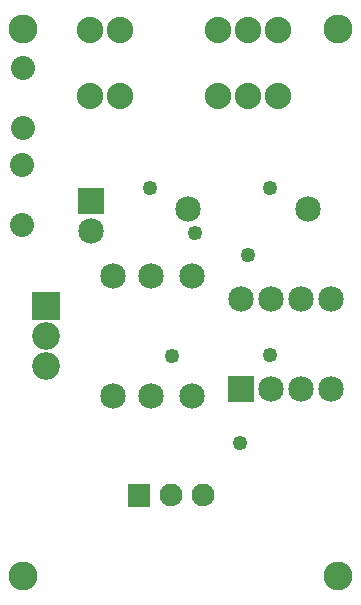
<source format=gbs>
G04 MADE WITH FRITZING*
G04 WWW.FRITZING.ORG*
G04 DOUBLE SIDED*
G04 HOLES PLATED*
G04 CONTOUR ON CENTER OF CONTOUR VECTOR*
%FSLAX26Y26*%
%MOIN*%
%ADD10C,0.088000*%
%ADD11C,0.049370*%
%ADD12C,0.085000*%
%ADD13C,0.080000*%
%ADD14C,0.096614*%
%ADD15C,0.092000*%
%ADD16C,0.076000*%
%ADD17R,0.085000X0.085000*%
%ADD18R,0.092000X0.092000*%
%ADD19R,0.001000X0.001000*%
%G04MASK0*%
%FSLAX26Y26*%
%MOIN*%
D10*
X924023Y1889308D03*
X924023Y1668836D03*
X924023Y1889308D03*
X924023Y1668836D03*
X299025Y1889308D03*
X299025Y1668836D03*
X299025Y1889308D03*
X299025Y1668836D03*
X399025Y1668836D03*
X399025Y1889308D03*
X724025Y1889308D03*
X724025Y1668836D03*
X724025Y1889308D03*
X724025Y1668836D03*
X824025Y1668836D03*
X824025Y1889308D03*
D11*
X824296Y1138912D03*
X649018Y1214309D03*
D12*
X300444Y1319559D03*
X300444Y1219559D03*
X800444Y694560D03*
X800444Y994560D03*
X900444Y694560D03*
X900444Y994560D03*
X1000440Y694560D03*
X1000440Y994560D03*
X1100440Y694560D03*
X1100440Y994560D03*
D13*
X74022Y1764308D03*
X74022Y1564308D03*
X73111Y1238666D03*
X73111Y1438666D03*
D12*
X1025440Y1294559D03*
X625440Y1294559D03*
X375444Y669560D03*
X375444Y1069560D03*
X639622Y1069559D03*
X639622Y669560D03*
D14*
X75440Y69570D03*
X75440Y1894560D03*
X1125440Y69570D03*
X1125440Y1894560D03*
D12*
X500444Y1069564D03*
X500444Y669560D03*
D15*
X150444Y969559D03*
X150444Y869560D03*
X150444Y769560D03*
D11*
X899018Y1364309D03*
X499018Y1364309D03*
D16*
X462022Y339310D03*
X568022Y339310D03*
X674022Y339310D03*
D11*
X899774Y805730D03*
X570418Y802460D03*
X799022Y514310D03*
D17*
X300444Y1319559D03*
X800444Y694560D03*
D18*
X150444Y969559D03*
D19*
X424500Y377000D02*
X499500Y377000D01*
X424500Y376000D02*
X499500Y376000D01*
X424500Y375000D02*
X499500Y375000D01*
X424500Y374000D02*
X499500Y374000D01*
X424500Y373000D02*
X499500Y373000D01*
X424500Y372000D02*
X499500Y372000D01*
X424500Y371000D02*
X499500Y371000D01*
X424500Y370000D02*
X499500Y370000D01*
X424500Y369000D02*
X499500Y369000D01*
X424500Y368000D02*
X499500Y368000D01*
X424500Y367000D02*
X499500Y367000D01*
X424500Y366000D02*
X499500Y366000D01*
X424500Y365000D02*
X499500Y365000D01*
X424500Y364000D02*
X499500Y364000D01*
X424500Y363000D02*
X499500Y363000D01*
X424500Y362000D02*
X499500Y362000D01*
X424500Y361000D02*
X499500Y361000D01*
X424500Y360000D02*
X499500Y360000D01*
X424500Y359000D02*
X499500Y359000D01*
X424500Y358000D02*
X499500Y358000D01*
X424500Y357000D02*
X499500Y357000D01*
X424500Y356000D02*
X499500Y356000D01*
X424500Y355000D02*
X499500Y355000D01*
X424500Y354000D02*
X499500Y354000D01*
X424500Y353000D02*
X499500Y353000D01*
X424500Y352000D02*
X499500Y352000D01*
X424500Y351000D02*
X499500Y351000D01*
X424500Y350000D02*
X499500Y350000D01*
X424500Y349000D02*
X459500Y349000D01*
X464500Y349000D02*
X499500Y349000D01*
X424500Y348000D02*
X456500Y348000D01*
X466500Y348000D02*
X499500Y348000D01*
X424500Y347000D02*
X455500Y347000D01*
X468500Y347000D02*
X499500Y347000D01*
X424500Y346000D02*
X454500Y346000D01*
X469500Y346000D02*
X499500Y346000D01*
X424500Y345000D02*
X453500Y345000D01*
X470500Y345000D02*
X499500Y345000D01*
X424500Y344000D02*
X452500Y344000D01*
X470500Y344000D02*
X499500Y344000D01*
X424500Y343000D02*
X452500Y343000D01*
X471500Y343000D02*
X499500Y343000D01*
X424500Y342000D02*
X452500Y342000D01*
X471500Y342000D02*
X499500Y342000D01*
X424500Y341000D02*
X451500Y341000D01*
X471500Y341000D02*
X499500Y341000D01*
X424500Y340000D02*
X451500Y340000D01*
X471500Y340000D02*
X499500Y340000D01*
X424500Y339000D02*
X451500Y339000D01*
X471500Y339000D02*
X499500Y339000D01*
X424500Y338000D02*
X451500Y338000D01*
X471500Y338000D02*
X499500Y338000D01*
X424500Y337000D02*
X452500Y337000D01*
X471500Y337000D02*
X499500Y337000D01*
X424500Y336000D02*
X452500Y336000D01*
X471500Y336000D02*
X499500Y336000D01*
X424500Y335000D02*
X452500Y335000D01*
X470500Y335000D02*
X499500Y335000D01*
X424500Y334000D02*
X453500Y334000D01*
X469500Y334000D02*
X499500Y334000D01*
X424500Y333000D02*
X454500Y333000D01*
X468500Y333000D02*
X499500Y333000D01*
X424500Y332000D02*
X455500Y332000D01*
X467500Y332000D02*
X499500Y332000D01*
X424500Y331000D02*
X457500Y331000D01*
X466500Y331000D02*
X499500Y331000D01*
X424500Y330000D02*
X499500Y330000D01*
X424500Y329000D02*
X499500Y329000D01*
X424500Y328000D02*
X499500Y328000D01*
X424500Y327000D02*
X499500Y327000D01*
X424500Y326000D02*
X499500Y326000D01*
X424500Y325000D02*
X499500Y325000D01*
X424500Y324000D02*
X499500Y324000D01*
X424500Y323000D02*
X499500Y323000D01*
X424500Y322000D02*
X499500Y322000D01*
X424500Y321000D02*
X499500Y321000D01*
X424500Y320000D02*
X499500Y320000D01*
X424500Y319000D02*
X499500Y319000D01*
X424500Y318000D02*
X499500Y318000D01*
X424500Y317000D02*
X499500Y317000D01*
X424500Y316000D02*
X499500Y316000D01*
X424500Y315000D02*
X499500Y315000D01*
X424500Y314000D02*
X499500Y314000D01*
X424500Y313000D02*
X499500Y313000D01*
X424500Y312000D02*
X499500Y312000D01*
X424500Y311000D02*
X499500Y311000D01*
X424500Y310000D02*
X499500Y310000D01*
X424500Y309000D02*
X499500Y309000D01*
X424500Y308000D02*
X499500Y308000D01*
X424500Y307000D02*
X499500Y307000D01*
X424500Y306000D02*
X499500Y306000D01*
X424500Y305000D02*
X499500Y305000D01*
X424500Y304000D02*
X499500Y304000D01*
X424500Y303000D02*
X499500Y303000D01*
X424500Y302000D02*
X499500Y302000D01*
D02*
G04 End of Mask0*
M02*
</source>
